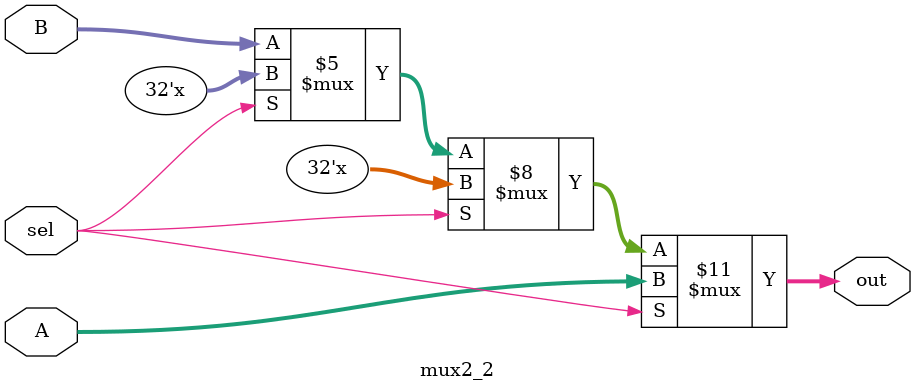
<source format=v>
`timescale 1ns/1ps
module mux2_2(
	input [31:0]A,
	input [31:0]B,
	input sel,
	output reg [31:0]out
);



always @(*)
begin
	if(sel == 1)
	begin
		out = A;
	end 
	else if (sel == 0) 
	begin
		out = B;
	end
end

endmodule
</source>
